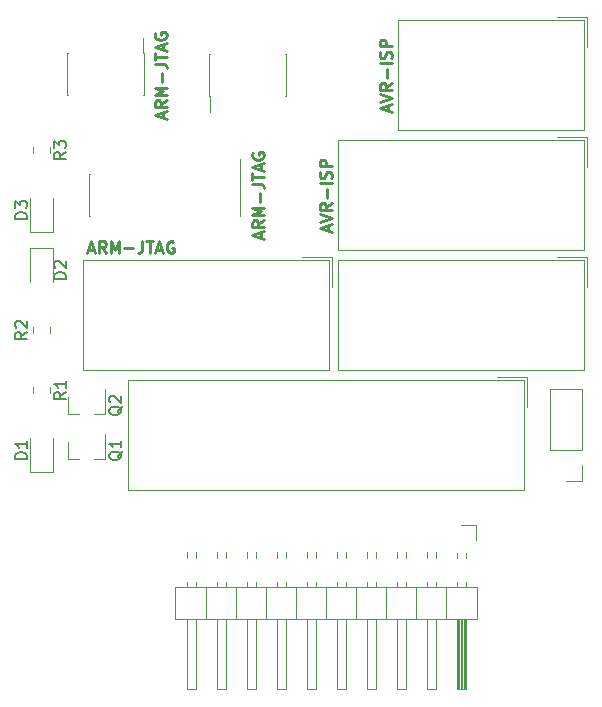
<source format=gbr>
G04 #@! TF.GenerationSoftware,KiCad,Pcbnew,5.0.2-bee76a0~70~ubuntu18.10.1*
G04 #@! TF.CreationDate,2018-12-21T17:56:49+01:00*
G04 #@! TF.ProjectId,jtag_adapter,6a746167-5f61-4646-9170-7465722e6b69,rev?*
G04 #@! TF.SameCoordinates,Original*
G04 #@! TF.FileFunction,Legend,Top*
G04 #@! TF.FilePolarity,Positive*
%FSLAX46Y46*%
G04 Gerber Fmt 4.6, Leading zero omitted, Abs format (unit mm)*
G04 Created by KiCad (PCBNEW 5.0.2-bee76a0~70~ubuntu18.10.1) date Fri 21 Dec 2018 05:56:49 PM CET*
%MOMM*%
%LPD*%
G01*
G04 APERTURE LIST*
%ADD10C,0.250000*%
%ADD11C,0.120000*%
%ADD12C,0.150000*%
G04 APERTURE END LIST*
D10*
X120840952Y-83351666D02*
X121317142Y-83351666D01*
X120745714Y-83637380D02*
X121079047Y-82637380D01*
X121412380Y-83637380D01*
X122317142Y-83637380D02*
X121983809Y-83161190D01*
X121745714Y-83637380D02*
X121745714Y-82637380D01*
X122126666Y-82637380D01*
X122221904Y-82685000D01*
X122269523Y-82732619D01*
X122317142Y-82827857D01*
X122317142Y-82970714D01*
X122269523Y-83065952D01*
X122221904Y-83113571D01*
X122126666Y-83161190D01*
X121745714Y-83161190D01*
X122745714Y-83637380D02*
X122745714Y-82637380D01*
X123079047Y-83351666D01*
X123412380Y-82637380D01*
X123412380Y-83637380D01*
X123888571Y-83256428D02*
X124650476Y-83256428D01*
X125412380Y-82637380D02*
X125412380Y-83351666D01*
X125364761Y-83494523D01*
X125269523Y-83589761D01*
X125126666Y-83637380D01*
X125031428Y-83637380D01*
X125745714Y-82637380D02*
X126317142Y-82637380D01*
X126031428Y-83637380D02*
X126031428Y-82637380D01*
X126602857Y-83351666D02*
X127079047Y-83351666D01*
X126507619Y-83637380D02*
X126840952Y-82637380D01*
X127174285Y-83637380D01*
X128031428Y-82685000D02*
X127936190Y-82637380D01*
X127793333Y-82637380D01*
X127650476Y-82685000D01*
X127555238Y-82780238D01*
X127507619Y-82875476D01*
X127460000Y-83065952D01*
X127460000Y-83208809D01*
X127507619Y-83399285D01*
X127555238Y-83494523D01*
X127650476Y-83589761D01*
X127793333Y-83637380D01*
X127888571Y-83637380D01*
X128031428Y-83589761D01*
X128079047Y-83542142D01*
X128079047Y-83208809D01*
X127888571Y-83208809D01*
X135421666Y-82359047D02*
X135421666Y-81882857D01*
X135707380Y-82454285D02*
X134707380Y-82120952D01*
X135707380Y-81787619D01*
X135707380Y-80882857D02*
X135231190Y-81216190D01*
X135707380Y-81454285D02*
X134707380Y-81454285D01*
X134707380Y-81073333D01*
X134755000Y-80978095D01*
X134802619Y-80930476D01*
X134897857Y-80882857D01*
X135040714Y-80882857D01*
X135135952Y-80930476D01*
X135183571Y-80978095D01*
X135231190Y-81073333D01*
X135231190Y-81454285D01*
X135707380Y-80454285D02*
X134707380Y-80454285D01*
X135421666Y-80120952D01*
X134707380Y-79787619D01*
X135707380Y-79787619D01*
X135326428Y-79311428D02*
X135326428Y-78549523D01*
X134707380Y-77787619D02*
X135421666Y-77787619D01*
X135564523Y-77835238D01*
X135659761Y-77930476D01*
X135707380Y-78073333D01*
X135707380Y-78168571D01*
X134707380Y-77454285D02*
X134707380Y-76882857D01*
X135707380Y-77168571D02*
X134707380Y-77168571D01*
X135421666Y-76597142D02*
X135421666Y-76120952D01*
X135707380Y-76692380D02*
X134707380Y-76359047D01*
X135707380Y-76025714D01*
X134755000Y-75168571D02*
X134707380Y-75263809D01*
X134707380Y-75406666D01*
X134755000Y-75549523D01*
X134850238Y-75644761D01*
X134945476Y-75692380D01*
X135135952Y-75740000D01*
X135278809Y-75740000D01*
X135469285Y-75692380D01*
X135564523Y-75644761D01*
X135659761Y-75549523D01*
X135707380Y-75406666D01*
X135707380Y-75311428D01*
X135659761Y-75168571D01*
X135612142Y-75120952D01*
X135278809Y-75120952D01*
X135278809Y-75311428D01*
X141136666Y-81740000D02*
X141136666Y-81263809D01*
X141422380Y-81835238D02*
X140422380Y-81501904D01*
X141422380Y-81168571D01*
X140422380Y-80978095D02*
X141422380Y-80644761D01*
X140422380Y-80311428D01*
X141422380Y-79406666D02*
X140946190Y-79740000D01*
X141422380Y-79978095D02*
X140422380Y-79978095D01*
X140422380Y-79597142D01*
X140470000Y-79501904D01*
X140517619Y-79454285D01*
X140612857Y-79406666D01*
X140755714Y-79406666D01*
X140850952Y-79454285D01*
X140898571Y-79501904D01*
X140946190Y-79597142D01*
X140946190Y-79978095D01*
X141041428Y-78978095D02*
X141041428Y-78216190D01*
X141422380Y-77740000D02*
X140422380Y-77740000D01*
X141374761Y-77311428D02*
X141422380Y-77168571D01*
X141422380Y-76930476D01*
X141374761Y-76835238D01*
X141327142Y-76787619D01*
X141231904Y-76740000D01*
X141136666Y-76740000D01*
X141041428Y-76787619D01*
X140993809Y-76835238D01*
X140946190Y-76930476D01*
X140898571Y-77120952D01*
X140850952Y-77216190D01*
X140803333Y-77263809D01*
X140708095Y-77311428D01*
X140612857Y-77311428D01*
X140517619Y-77263809D01*
X140470000Y-77216190D01*
X140422380Y-77120952D01*
X140422380Y-76882857D01*
X140470000Y-76740000D01*
X141422380Y-76311428D02*
X140422380Y-76311428D01*
X140422380Y-75930476D01*
X140470000Y-75835238D01*
X140517619Y-75787619D01*
X140612857Y-75740000D01*
X140755714Y-75740000D01*
X140850952Y-75787619D01*
X140898571Y-75835238D01*
X140946190Y-75930476D01*
X140946190Y-76311428D01*
X146216666Y-71580000D02*
X146216666Y-71103809D01*
X146502380Y-71675238D02*
X145502380Y-71341904D01*
X146502380Y-71008571D01*
X145502380Y-70818095D02*
X146502380Y-70484761D01*
X145502380Y-70151428D01*
X146502380Y-69246666D02*
X146026190Y-69580000D01*
X146502380Y-69818095D02*
X145502380Y-69818095D01*
X145502380Y-69437142D01*
X145550000Y-69341904D01*
X145597619Y-69294285D01*
X145692857Y-69246666D01*
X145835714Y-69246666D01*
X145930952Y-69294285D01*
X145978571Y-69341904D01*
X146026190Y-69437142D01*
X146026190Y-69818095D01*
X146121428Y-68818095D02*
X146121428Y-68056190D01*
X146502380Y-67580000D02*
X145502380Y-67580000D01*
X146454761Y-67151428D02*
X146502380Y-67008571D01*
X146502380Y-66770476D01*
X146454761Y-66675238D01*
X146407142Y-66627619D01*
X146311904Y-66580000D01*
X146216666Y-66580000D01*
X146121428Y-66627619D01*
X146073809Y-66675238D01*
X146026190Y-66770476D01*
X145978571Y-66960952D01*
X145930952Y-67056190D01*
X145883333Y-67103809D01*
X145788095Y-67151428D01*
X145692857Y-67151428D01*
X145597619Y-67103809D01*
X145550000Y-67056190D01*
X145502380Y-66960952D01*
X145502380Y-66722857D01*
X145550000Y-66580000D01*
X146502380Y-66151428D02*
X145502380Y-66151428D01*
X145502380Y-65770476D01*
X145550000Y-65675238D01*
X145597619Y-65627619D01*
X145692857Y-65580000D01*
X145835714Y-65580000D01*
X145930952Y-65627619D01*
X145978571Y-65675238D01*
X146026190Y-65770476D01*
X146026190Y-66151428D01*
X127166666Y-72199047D02*
X127166666Y-71722857D01*
X127452380Y-72294285D02*
X126452380Y-71960952D01*
X127452380Y-71627619D01*
X127452380Y-70722857D02*
X126976190Y-71056190D01*
X127452380Y-71294285D02*
X126452380Y-71294285D01*
X126452380Y-70913333D01*
X126500000Y-70818095D01*
X126547619Y-70770476D01*
X126642857Y-70722857D01*
X126785714Y-70722857D01*
X126880952Y-70770476D01*
X126928571Y-70818095D01*
X126976190Y-70913333D01*
X126976190Y-71294285D01*
X127452380Y-70294285D02*
X126452380Y-70294285D01*
X127166666Y-69960952D01*
X126452380Y-69627619D01*
X127452380Y-69627619D01*
X127071428Y-69151428D02*
X127071428Y-68389523D01*
X126452380Y-67627619D02*
X127166666Y-67627619D01*
X127309523Y-67675238D01*
X127404761Y-67770476D01*
X127452380Y-67913333D01*
X127452380Y-68008571D01*
X126452380Y-67294285D02*
X126452380Y-66722857D01*
X127452380Y-67008571D02*
X126452380Y-67008571D01*
X127166666Y-66437142D02*
X127166666Y-65960952D01*
X127452380Y-66532380D02*
X126452380Y-66199047D01*
X127452380Y-65865714D01*
X126500000Y-65008571D02*
X126452380Y-65103809D01*
X126452380Y-65246666D01*
X126500000Y-65389523D01*
X126595238Y-65484761D01*
X126690476Y-65532380D01*
X126880952Y-65580000D01*
X127023809Y-65580000D01*
X127214285Y-65532380D01*
X127309523Y-65484761D01*
X127404761Y-65389523D01*
X127452380Y-65246666D01*
X127452380Y-65151428D01*
X127404761Y-65008571D01*
X127357142Y-64960952D01*
X127023809Y-64960952D01*
X127023809Y-65151428D01*
D11*
G04 #@! TO.C,JP1*
X162620000Y-95190000D02*
X159960000Y-95190000D01*
X162620000Y-100330000D02*
X162620000Y-95190000D01*
X159960000Y-100330000D02*
X159960000Y-95190000D01*
X162620000Y-100330000D02*
X159960000Y-100330000D01*
X162620000Y-101600000D02*
X162620000Y-102930000D01*
X162620000Y-102930000D02*
X161290000Y-102930000D01*
G04 #@! TO.C,J7*
X162830000Y-73255000D02*
X147050000Y-73255000D01*
X147050000Y-73255000D02*
X147050000Y-63905000D01*
X147050000Y-63905000D02*
X162830000Y-63905000D01*
X162830000Y-63905000D02*
X162830000Y-73255000D01*
X163080000Y-63655000D02*
X160540000Y-63655000D01*
X163080000Y-63655000D02*
X163080000Y-66195000D01*
G04 #@! TO.C,J8*
X162830000Y-83415000D02*
X141970000Y-83415000D01*
X141970000Y-83415000D02*
X141970000Y-74065000D01*
X141970000Y-74065000D02*
X162830000Y-74065000D01*
X162830000Y-74065000D02*
X162830000Y-83415000D01*
X163080000Y-73815000D02*
X160540000Y-73815000D01*
X163080000Y-73815000D02*
X163080000Y-76355000D01*
G04 #@! TO.C,J9*
X131065000Y-70345000D02*
X131065000Y-66815000D01*
X137535000Y-70345000D02*
X137535000Y-66815000D01*
X131130000Y-71670000D02*
X131130000Y-70345000D01*
X131065000Y-70345000D02*
X131130000Y-70345000D01*
X131065000Y-66815000D02*
X131130000Y-66815000D01*
X137470000Y-70345000D02*
X137535000Y-70345000D01*
X137470000Y-66815000D02*
X137535000Y-66815000D01*
G04 #@! TO.C,J6*
X163080000Y-83975000D02*
X163080000Y-86515000D01*
X163080000Y-83975000D02*
X160540000Y-83975000D01*
X162830000Y-84225000D02*
X162830000Y-93575000D01*
X141970000Y-84225000D02*
X162830000Y-84225000D01*
X141970000Y-93575000D02*
X141970000Y-84225000D01*
X162830000Y-93575000D02*
X141970000Y-93575000D01*
G04 #@! TO.C,J3*
X141240000Y-93575000D02*
X120380000Y-93575000D01*
X120380000Y-93575000D02*
X120380000Y-84225000D01*
X120380000Y-84225000D02*
X141240000Y-84225000D01*
X141240000Y-84225000D02*
X141240000Y-93575000D01*
X141490000Y-83975000D02*
X138950000Y-83975000D01*
X141490000Y-83975000D02*
X141490000Y-86515000D01*
G04 #@! TO.C,J5*
X157750000Y-103735000D02*
X124190000Y-103735000D01*
X124190000Y-103735000D02*
X124190000Y-94385000D01*
X124190000Y-94385000D02*
X157750000Y-94385000D01*
X157750000Y-94385000D02*
X157750000Y-103735000D01*
X158000000Y-94135000D02*
X155460000Y-94135000D01*
X158000000Y-94135000D02*
X158000000Y-96675000D01*
G04 #@! TO.C,J4*
X133710000Y-76975000D02*
X133710000Y-80505000D01*
X120890000Y-76975000D02*
X120890000Y-80505000D01*
X133645000Y-75650000D02*
X133645000Y-76975000D01*
X133710000Y-76975000D02*
X133645000Y-76975000D01*
X133710000Y-80505000D02*
X133645000Y-80505000D01*
X120955000Y-76975000D02*
X120890000Y-76975000D01*
X120955000Y-80505000D02*
X120890000Y-80505000D01*
G04 #@! TO.C,J2*
X153730000Y-111930000D02*
X128210000Y-111930000D01*
X128210000Y-111930000D02*
X128210000Y-114590000D01*
X128210000Y-114590000D02*
X153730000Y-114590000D01*
X153730000Y-114590000D02*
X153730000Y-111930000D01*
X152780000Y-114590000D02*
X152780000Y-120590000D01*
X152780000Y-120590000D02*
X152020000Y-120590000D01*
X152020000Y-120590000D02*
X152020000Y-114590000D01*
X152720000Y-114590000D02*
X152720000Y-120590000D01*
X152600000Y-114590000D02*
X152600000Y-120590000D01*
X152480000Y-114590000D02*
X152480000Y-120590000D01*
X152360000Y-114590000D02*
X152360000Y-120590000D01*
X152240000Y-114590000D02*
X152240000Y-120590000D01*
X152120000Y-114590000D02*
X152120000Y-120590000D01*
X152780000Y-111532929D02*
X152780000Y-111930000D01*
X152020000Y-111532929D02*
X152020000Y-111930000D01*
X152780000Y-109060000D02*
X152780000Y-109447071D01*
X152020000Y-109060000D02*
X152020000Y-109447071D01*
X151130000Y-111930000D02*
X151130000Y-114590000D01*
X150240000Y-114590000D02*
X150240000Y-120590000D01*
X150240000Y-120590000D02*
X149480000Y-120590000D01*
X149480000Y-120590000D02*
X149480000Y-114590000D01*
X150240000Y-111532929D02*
X150240000Y-111930000D01*
X149480000Y-111532929D02*
X149480000Y-111930000D01*
X150240000Y-108992929D02*
X150240000Y-109447071D01*
X149480000Y-108992929D02*
X149480000Y-109447071D01*
X148590000Y-111930000D02*
X148590000Y-114590000D01*
X147700000Y-114590000D02*
X147700000Y-120590000D01*
X147700000Y-120590000D02*
X146940000Y-120590000D01*
X146940000Y-120590000D02*
X146940000Y-114590000D01*
X147700000Y-111532929D02*
X147700000Y-111930000D01*
X146940000Y-111532929D02*
X146940000Y-111930000D01*
X147700000Y-108992929D02*
X147700000Y-109447071D01*
X146940000Y-108992929D02*
X146940000Y-109447071D01*
X146050000Y-111930000D02*
X146050000Y-114590000D01*
X145160000Y-114590000D02*
X145160000Y-120590000D01*
X145160000Y-120590000D02*
X144400000Y-120590000D01*
X144400000Y-120590000D02*
X144400000Y-114590000D01*
X145160000Y-111532929D02*
X145160000Y-111930000D01*
X144400000Y-111532929D02*
X144400000Y-111930000D01*
X145160000Y-108992929D02*
X145160000Y-109447071D01*
X144400000Y-108992929D02*
X144400000Y-109447071D01*
X143510000Y-111930000D02*
X143510000Y-114590000D01*
X142620000Y-114590000D02*
X142620000Y-120590000D01*
X142620000Y-120590000D02*
X141860000Y-120590000D01*
X141860000Y-120590000D02*
X141860000Y-114590000D01*
X142620000Y-111532929D02*
X142620000Y-111930000D01*
X141860000Y-111532929D02*
X141860000Y-111930000D01*
X142620000Y-108992929D02*
X142620000Y-109447071D01*
X141860000Y-108992929D02*
X141860000Y-109447071D01*
X140970000Y-111930000D02*
X140970000Y-114590000D01*
X140080000Y-114590000D02*
X140080000Y-120590000D01*
X140080000Y-120590000D02*
X139320000Y-120590000D01*
X139320000Y-120590000D02*
X139320000Y-114590000D01*
X140080000Y-111532929D02*
X140080000Y-111930000D01*
X139320000Y-111532929D02*
X139320000Y-111930000D01*
X140080000Y-108992929D02*
X140080000Y-109447071D01*
X139320000Y-108992929D02*
X139320000Y-109447071D01*
X138430000Y-111930000D02*
X138430000Y-114590000D01*
X137540000Y-114590000D02*
X137540000Y-120590000D01*
X137540000Y-120590000D02*
X136780000Y-120590000D01*
X136780000Y-120590000D02*
X136780000Y-114590000D01*
X137540000Y-111532929D02*
X137540000Y-111930000D01*
X136780000Y-111532929D02*
X136780000Y-111930000D01*
X137540000Y-108992929D02*
X137540000Y-109447071D01*
X136780000Y-108992929D02*
X136780000Y-109447071D01*
X135890000Y-111930000D02*
X135890000Y-114590000D01*
X135000000Y-114590000D02*
X135000000Y-120590000D01*
X135000000Y-120590000D02*
X134240000Y-120590000D01*
X134240000Y-120590000D02*
X134240000Y-114590000D01*
X135000000Y-111532929D02*
X135000000Y-111930000D01*
X134240000Y-111532929D02*
X134240000Y-111930000D01*
X135000000Y-108992929D02*
X135000000Y-109447071D01*
X134240000Y-108992929D02*
X134240000Y-109447071D01*
X133350000Y-111930000D02*
X133350000Y-114590000D01*
X132460000Y-114590000D02*
X132460000Y-120590000D01*
X132460000Y-120590000D02*
X131700000Y-120590000D01*
X131700000Y-120590000D02*
X131700000Y-114590000D01*
X132460000Y-111532929D02*
X132460000Y-111930000D01*
X131700000Y-111532929D02*
X131700000Y-111930000D01*
X132460000Y-108992929D02*
X132460000Y-109447071D01*
X131700000Y-108992929D02*
X131700000Y-109447071D01*
X130810000Y-111930000D02*
X130810000Y-114590000D01*
X129920000Y-114590000D02*
X129920000Y-120590000D01*
X129920000Y-120590000D02*
X129160000Y-120590000D01*
X129160000Y-120590000D02*
X129160000Y-114590000D01*
X129920000Y-111532929D02*
X129920000Y-111930000D01*
X129160000Y-111532929D02*
X129160000Y-111930000D01*
X129920000Y-108992929D02*
X129920000Y-109447071D01*
X129160000Y-108992929D02*
X129160000Y-109447071D01*
X152400000Y-106680000D02*
X153670000Y-106680000D01*
X153670000Y-106680000D02*
X153670000Y-107950000D01*
G04 #@! TO.C,J1*
X125535000Y-66735000D02*
X125535000Y-70265000D01*
X119065000Y-66735000D02*
X119065000Y-70265000D01*
X125470000Y-65410000D02*
X125470000Y-66735000D01*
X125535000Y-66735000D02*
X125470000Y-66735000D01*
X125535000Y-70265000D02*
X125470000Y-70265000D01*
X119130000Y-66735000D02*
X119065000Y-66735000D01*
X119130000Y-70265000D02*
X119065000Y-70265000D01*
G04 #@! TO.C,D3*
X115880000Y-79010000D02*
X115880000Y-81870000D01*
X115880000Y-81870000D02*
X117800000Y-81870000D01*
X117800000Y-81870000D02*
X117800000Y-79010000D01*
G04 #@! TO.C,D2*
X115880000Y-83230000D02*
X115880000Y-86090000D01*
X117800000Y-83230000D02*
X115880000Y-83230000D01*
X117800000Y-86090000D02*
X117800000Y-83230000D01*
G04 #@! TO.C,D1*
X115880000Y-99330000D02*
X115880000Y-102190000D01*
X115880000Y-102190000D02*
X117800000Y-102190000D01*
X117800000Y-102190000D02*
X117800000Y-99330000D01*
G04 #@! TO.C,Q2*
X119070000Y-97280000D02*
X119070000Y-95820000D01*
X122230000Y-97280000D02*
X122230000Y-95120000D01*
X122230000Y-97280000D02*
X121300000Y-97280000D01*
X119070000Y-97280000D02*
X120000000Y-97280000D01*
G04 #@! TO.C,Q1*
X119070000Y-101090000D02*
X120000000Y-101090000D01*
X122230000Y-101090000D02*
X121300000Y-101090000D01*
X122230000Y-101090000D02*
X122230000Y-98930000D01*
X119070000Y-101090000D02*
X119070000Y-99630000D01*
G04 #@! TO.C,R3*
X117550000Y-74668748D02*
X117550000Y-75191252D01*
X116130000Y-74668748D02*
X116130000Y-75191252D01*
G04 #@! TO.C,R2*
X117550000Y-90431252D02*
X117550000Y-89908748D01*
X116130000Y-90431252D02*
X116130000Y-89908748D01*
G04 #@! TO.C,R1*
X117550000Y-94988748D02*
X117550000Y-95511252D01*
X116130000Y-94988748D02*
X116130000Y-95511252D01*
G04 #@! TO.C,D3*
D12*
X115642380Y-80748095D02*
X114642380Y-80748095D01*
X114642380Y-80510000D01*
X114690000Y-80367142D01*
X114785238Y-80271904D01*
X114880476Y-80224285D01*
X115070952Y-80176666D01*
X115213809Y-80176666D01*
X115404285Y-80224285D01*
X115499523Y-80271904D01*
X115594761Y-80367142D01*
X115642380Y-80510000D01*
X115642380Y-80748095D01*
X114642380Y-79843333D02*
X114642380Y-79224285D01*
X115023333Y-79557619D01*
X115023333Y-79414761D01*
X115070952Y-79319523D01*
X115118571Y-79271904D01*
X115213809Y-79224285D01*
X115451904Y-79224285D01*
X115547142Y-79271904D01*
X115594761Y-79319523D01*
X115642380Y-79414761D01*
X115642380Y-79700476D01*
X115594761Y-79795714D01*
X115547142Y-79843333D01*
G04 #@! TO.C,D2*
X118942380Y-85828095D02*
X117942380Y-85828095D01*
X117942380Y-85590000D01*
X117990000Y-85447142D01*
X118085238Y-85351904D01*
X118180476Y-85304285D01*
X118370952Y-85256666D01*
X118513809Y-85256666D01*
X118704285Y-85304285D01*
X118799523Y-85351904D01*
X118894761Y-85447142D01*
X118942380Y-85590000D01*
X118942380Y-85828095D01*
X118037619Y-84875714D02*
X117990000Y-84828095D01*
X117942380Y-84732857D01*
X117942380Y-84494761D01*
X117990000Y-84399523D01*
X118037619Y-84351904D01*
X118132857Y-84304285D01*
X118228095Y-84304285D01*
X118370952Y-84351904D01*
X118942380Y-84923333D01*
X118942380Y-84304285D01*
G04 #@! TO.C,D1*
X115642380Y-101068095D02*
X114642380Y-101068095D01*
X114642380Y-100830000D01*
X114690000Y-100687142D01*
X114785238Y-100591904D01*
X114880476Y-100544285D01*
X115070952Y-100496666D01*
X115213809Y-100496666D01*
X115404285Y-100544285D01*
X115499523Y-100591904D01*
X115594761Y-100687142D01*
X115642380Y-100830000D01*
X115642380Y-101068095D01*
X115642380Y-99544285D02*
X115642380Y-100115714D01*
X115642380Y-99830000D02*
X114642380Y-99830000D01*
X114785238Y-99925238D01*
X114880476Y-100020476D01*
X114928095Y-100115714D01*
G04 #@! TO.C,Q2*
X123697619Y-96615238D02*
X123650000Y-96710476D01*
X123554761Y-96805714D01*
X123411904Y-96948571D01*
X123364285Y-97043809D01*
X123364285Y-97139047D01*
X123602380Y-97091428D02*
X123554761Y-97186666D01*
X123459523Y-97281904D01*
X123269047Y-97329523D01*
X122935714Y-97329523D01*
X122745238Y-97281904D01*
X122650000Y-97186666D01*
X122602380Y-97091428D01*
X122602380Y-96900952D01*
X122650000Y-96805714D01*
X122745238Y-96710476D01*
X122935714Y-96662857D01*
X123269047Y-96662857D01*
X123459523Y-96710476D01*
X123554761Y-96805714D01*
X123602380Y-96900952D01*
X123602380Y-97091428D01*
X122697619Y-96281904D02*
X122650000Y-96234285D01*
X122602380Y-96139047D01*
X122602380Y-95900952D01*
X122650000Y-95805714D01*
X122697619Y-95758095D01*
X122792857Y-95710476D01*
X122888095Y-95710476D01*
X123030952Y-95758095D01*
X123602380Y-96329523D01*
X123602380Y-95710476D01*
G04 #@! TO.C,Q1*
X123697619Y-100425238D02*
X123650000Y-100520476D01*
X123554761Y-100615714D01*
X123411904Y-100758571D01*
X123364285Y-100853809D01*
X123364285Y-100949047D01*
X123602380Y-100901428D02*
X123554761Y-100996666D01*
X123459523Y-101091904D01*
X123269047Y-101139523D01*
X122935714Y-101139523D01*
X122745238Y-101091904D01*
X122650000Y-100996666D01*
X122602380Y-100901428D01*
X122602380Y-100710952D01*
X122650000Y-100615714D01*
X122745238Y-100520476D01*
X122935714Y-100472857D01*
X123269047Y-100472857D01*
X123459523Y-100520476D01*
X123554761Y-100615714D01*
X123602380Y-100710952D01*
X123602380Y-100901428D01*
X123602380Y-99520476D02*
X123602380Y-100091904D01*
X123602380Y-99806190D02*
X122602380Y-99806190D01*
X122745238Y-99901428D01*
X122840476Y-99996666D01*
X122888095Y-100091904D01*
G04 #@! TO.C,R3*
X118942380Y-75096666D02*
X118466190Y-75430000D01*
X118942380Y-75668095D02*
X117942380Y-75668095D01*
X117942380Y-75287142D01*
X117990000Y-75191904D01*
X118037619Y-75144285D01*
X118132857Y-75096666D01*
X118275714Y-75096666D01*
X118370952Y-75144285D01*
X118418571Y-75191904D01*
X118466190Y-75287142D01*
X118466190Y-75668095D01*
X117942380Y-74763333D02*
X117942380Y-74144285D01*
X118323333Y-74477619D01*
X118323333Y-74334761D01*
X118370952Y-74239523D01*
X118418571Y-74191904D01*
X118513809Y-74144285D01*
X118751904Y-74144285D01*
X118847142Y-74191904D01*
X118894761Y-74239523D01*
X118942380Y-74334761D01*
X118942380Y-74620476D01*
X118894761Y-74715714D01*
X118847142Y-74763333D01*
G04 #@! TO.C,R2*
X115642380Y-90336666D02*
X115166190Y-90670000D01*
X115642380Y-90908095D02*
X114642380Y-90908095D01*
X114642380Y-90527142D01*
X114690000Y-90431904D01*
X114737619Y-90384285D01*
X114832857Y-90336666D01*
X114975714Y-90336666D01*
X115070952Y-90384285D01*
X115118571Y-90431904D01*
X115166190Y-90527142D01*
X115166190Y-90908095D01*
X114737619Y-89955714D02*
X114690000Y-89908095D01*
X114642380Y-89812857D01*
X114642380Y-89574761D01*
X114690000Y-89479523D01*
X114737619Y-89431904D01*
X114832857Y-89384285D01*
X114928095Y-89384285D01*
X115070952Y-89431904D01*
X115642380Y-90003333D01*
X115642380Y-89384285D01*
G04 #@! TO.C,R1*
X118942380Y-95416666D02*
X118466190Y-95750000D01*
X118942380Y-95988095D02*
X117942380Y-95988095D01*
X117942380Y-95607142D01*
X117990000Y-95511904D01*
X118037619Y-95464285D01*
X118132857Y-95416666D01*
X118275714Y-95416666D01*
X118370952Y-95464285D01*
X118418571Y-95511904D01*
X118466190Y-95607142D01*
X118466190Y-95988095D01*
X118942380Y-94464285D02*
X118942380Y-95035714D01*
X118942380Y-94750000D02*
X117942380Y-94750000D01*
X118085238Y-94845238D01*
X118180476Y-94940476D01*
X118228095Y-95035714D01*
G04 #@! TD*
M02*

</source>
